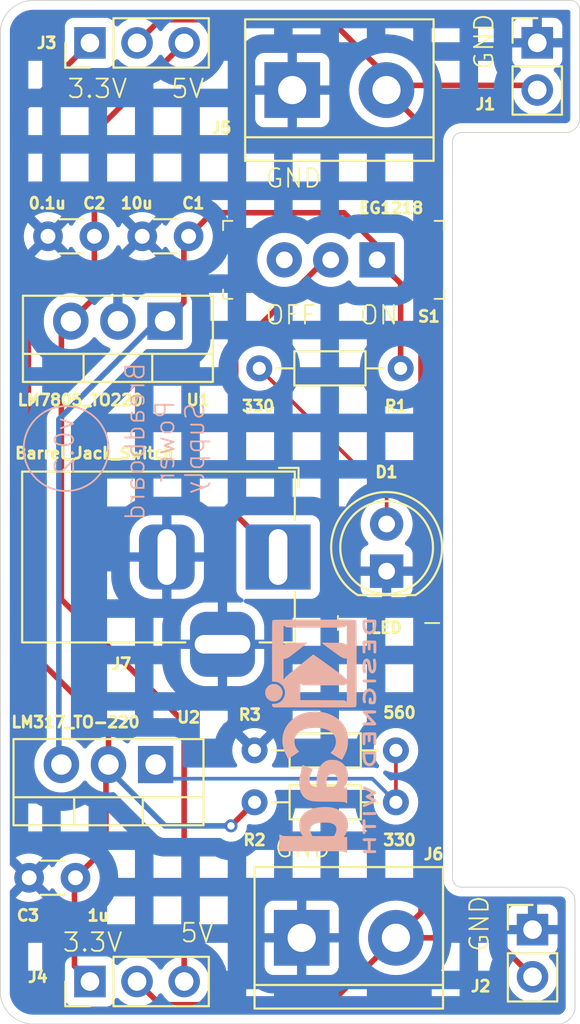
<source format=kicad_pcb>
(kicad_pcb (version 20240108) (generator "pcbnew") (generator_version "8.0")
  (layers (0 "F.Cu" signal) (31 "B.Cu" signal) (34 "B.Paste" user) (35 "F.Paste" user) (36 "B.SilkS" user "B.Silkscreen") (37 "F.SilkS" user "F.Silkscreen") (38 "B.Mask" user) (39 "F.Mask" user) (44 "Edge.Cuts" user))
  (net 0 "")
  (net 1 "GND")
  (net 2 "/12V")
  (net 3 "/5V")
  (net 4 "/3.3V")
  (net 5 "Net-(D1-A)")
  (net 6 "/PWR_output")
  (net 7 "/PWR_input")
  (net 8 "Net-(U2-ADJ)")
  (footprint "Capacitor_THT:C_Disc_D3.0mm_W1.6mm_P2.50mm" (layer "F.Cu") (at 144.78 83.058 180)
    (property "Reference" "C2" (at 0 1.778 0) (layer "F.SilkS") (effects (font (size 0.6 0.6))))
    (property "Value" "0.1u" (at 2.54 1.778 0) (layer "F.SilkS") (effects (font (size 0.6 0.6))))
    (pad "1" thru_hole circle (at 0 0 180) (size 1.6 1.6) (drill 0.8) (layers "*.Cu" "*.Mask") (net 3 "/5V"))
    (pad "2" thru_hole circle (at 2.5 0 180) (size 1.6 1.6) (drill 0.8) (layers "*.Cu" "*.Mask") (net 1 "GND"))
  )
  (footprint "Resistor_THT:R_Axial_DIN0204_L3.6mm_D1.6mm_P7.62mm_Horizontal" (layer "F.Cu") (at 153.67 90.17)
    (property "Reference" "R1" (at 7.366 2.032 0) (layer "F.SilkS") (effects (font (size 0.6 0.6))))
    (property "Value" "330" (at -1.016 2.032 0) (layer "F.SilkS") (effects (font (size 0.6 0.6)) (justify left)))
    (pad "1" thru_hole circle (at 0 0) (size 1.4 1.4) (drill 0.7) (layers "*.Cu" "*.Mask") (net 5 "Net-(D1-A)"))
    (pad "2" thru_hole oval (at 7.62 0) (size 1.4 1.4) (drill 0.7) (layers "*.Cu" "*.Mask") (net 2 "/12V"))
  )
  (footprint "Package_TO_SOT_THT:TO-220-3_Vertical" (layer "F.Cu") (at 148.082 111.506 180)
    (property "Reference" "U2" (at -1.778 2.54 0) (layer "F.SilkS") (effects (font (size 0.6 0.6))))
    (property "Value" "LM317_TO-220" (at 4.318 2.286 0) (layer "F.SilkS") (effects (font (size 0.6 0.6))))
    (pad "1" thru_hole rect (at 0 0 180) (size 1.905 2) (drill 1.1) (layers "*.Cu" "*.Mask") (net 8 "Net-(U2-ADJ)"))
    (pad "2" thru_hole oval (at 2.54 0 180) (size 1.905 2) (drill 1.1) (layers "*.Cu" "*.Mask") (net 4 "/3.3V"))
    (pad "3" thru_hole oval (at 5.08 0 180) (size 1.905 2) (drill 1.1) (layers "*.Cu" "*.Mask") (net 2 "/12V"))
  )
  (footprint "Capacitor_THT:C_Disc_D3.0mm_W1.6mm_P2.50mm" (layer "F.Cu") (at 143.764 117.602 180)
    (property "Reference" "C3" (at 3.244 -2.032 0) (layer "F.SilkS") (effects (font (size 0.6 0.6)) (justify left)))
    (property "Value" "1u" (at -0.566 -2.032 0) (layer "F.SilkS") (effects (font (size 0.6 0.6)) (justify left)))
    (pad "1" thru_hole circle (at 0 0 180) (size 1.6 1.6) (drill 0.8) (layers "*.Cu" "*.Mask") (net 4 "/3.3V"))
    (pad "2" thru_hole circle (at 2.5 0 180) (size 1.6 1.6) (drill 0.8) (layers "*.Cu" "*.Mask") (net 1 "GND"))
  )
  (footprint "Connector_PinHeader_2.54mm:PinHeader_1x03_P2.54mm_Vertical" (layer "F.Cu") (at 144.541 123.19 90)
    (property "Reference" "J4" (at 0.254 -2.809 180) (layer "F.SilkS") (effects (font (size 0.6 0.6))))
    (property "Value" "Conn_01x03_Pin" (hide yes))
    (pad "1" thru_hole rect (at 0 0 90) (size 1.7 1.7) (drill 1) (layers "*.Cu" "*.Mask") (net 4 "/3.3V"))
    (pad "2" thru_hole oval (at 0 2.54 90) (size 1.7 1.7) (drill 1) (layers "*.Cu" "*.Mask") (net 6 "/PWR_output"))
    (pad "3" thru_hole oval (at 0 5.08 90) (size 1.7 1.7) (drill 1) (layers "*.Cu" "*.Mask") (net 3 "/5V"))
  )
  (footprint "Connector_PinHeader_2.54mm:PinHeader_1x02_P2.54mm_Vertical" (layer "F.Cu") (at 168.656 72.639)
    (property "Reference" "J1" (at -2.794 3.307 0) (layer "F.SilkS") (effects (font (size 0.6 0.6))))
    (property "Value" "Conn_01x02_Pin" (hide yes))
    (pad "1" thru_hole rect (at 0 0) (size 1.7 1.7) (drill 1) (layers "*.Cu" "*.Mask") (net 1 "GND"))
    (pad "2" thru_hole oval (at 0 2.54) (size 1.7 1.7) (drill 1) (layers "*.Cu" "*.Mask") (net 6 "/PWR_output"))
  )
  (footprint "Package_TO_SOT_THT:TO-220-3_Vertical" (layer "F.Cu") (at 148.59 87.63 180)
    (property "Reference" "U1" (at -1.778 -4.247 0) (layer "F.SilkS") (effects (font (size 0.6 0.6))))
    (property "Value" "LM7805_TO220" (at 4.572 -4.247 0) (layer "F.SilkS") (effects (font (size 0.6 0.6))))
    (pad "1" thru_hole rect (at 0 0 180) (size 1.905 2) (drill 1.1) (layers "*.Cu" "*.Mask") (net 2 "/12V"))
    (pad "2" thru_hole oval (at 2.54 0 180) (size 1.905 2) (drill 1.1) (layers "*.Cu" "*.Mask") (net 1 "GND"))
    (pad "3" thru_hole oval (at 5.08 0 180) (size 1.905 2) (drill 1.1) (layers "*.Cu" "*.Mask") (net 3 "/5V"))
  )
  (footprint "TerminalBlock:TerminalBlock_bornier-2_P5.08mm" (layer "F.Cu") (at 155.448 75.184)
    (property "Reference" "J5" (at -3.81 2.032 0) (layer "F.SilkS") (effects (font (size 0.6 0.6))))
    (property "Value" "Screw_Terminal_01x02" (hide yes))
    (pad "1" thru_hole rect (at 0 0) (size 3 3) (drill 1.52) (layers "*.Cu" "*.Mask") (net 1 "GND"))
    (pad "2" thru_hole circle (at 5.08 0) (size 3 3) (drill 1.52) (layers "*.Cu" "*.Mask") (net 6 "/PWR_output"))
  )
  (footprint "Resistor_THT:R_Axial_DIN0204_L3.6mm_D1.6mm_P7.62mm_Horizontal" (layer "F.Cu") (at 161.036 113.538 180)
    (property "Reference" "R2" (at 7.62 -2.032 0) (layer "F.SilkS") (effects (font (size 0.6 0.6))))
    (property "Value" "330" (at 0.762 -2.032 0) (layer "F.SilkS") (effects (font (size 0.6 0.6)) (justify left)))
    (pad "1" thru_hole circle (at 0 0 180) (size 1.4 1.4) (drill 0.7) (layers "*.Cu" "*.Mask") (net 8 "Net-(U2-ADJ)"))
    (pad "2" thru_hole oval (at 7.62 0 180) (size 1.4 1.4) (drill 0.7) (layers "*.Cu" "*.Mask") (net 4 "/3.3V"))
  )
  (footprint "digikey-footprints:Switch_Slide_11.6x4mm_EG1218" (layer "F.Cu") (at 160.02 84.328 180)
    (property "Reference" "S1" (at -2.794 -3.048 0) (layer "F.SilkS") (effects (font (size 0.6 0.6))))
    (property "Value" "EG1218" (at -0.762 2.794 0) (layer "F.SilkS") (effects (font (size 0.6 0.6))))
    (pad "1" thru_hole rect (at 0 0 180) (size 1.9 1.9) (drill 0.9) (layers "*.Cu" "*.Mask") (net 2 "/12V"))
    (pad "2" thru_hole circle (at 2.5 0 180) (size 1.9 1.9) (drill 0.9) (layers "*.Cu" "*.Mask") (net 7 "/PWR_input"))
    (pad "3" thru_hole circle (at 5 0 180) (size 1.9 1.9) (drill 0.9) (layers "*.Cu" "*.Mask"))
  )
  (footprint "LED_THT:LED_D5.0mm" (layer "F.Cu") (at 160.536 101.092 90)
    (property "Reference" "D1" (at 5.334 -0.008 180) (layer "F.SilkS") (effects (font (size 0.6 0.6))))
    (property "Value" "LED" (at -3.048 -0.008 180) (layer "F.SilkS") (effects (font (size 0.6 0.6))))
    (pad "1" thru_hole rect (at 0 0 90) (size 1.8 1.8) (drill 0.9) (layers "*.Cu" "*.Mask") (net 1 "GND"))
    (pad "2" thru_hole circle (at 2.54 0 90) (size 1.8 1.8) (drill 0.9) (layers "*.Cu" "*.Mask") (net 5 "Net-(D1-A)"))
  )
  (footprint "Connector_PinHeader_2.54mm:PinHeader_1x02_P2.54mm_Vertical" (layer "F.Cu") (at 168.402 120.396)
    (property "Reference" "J2" (at -2.794 3.048 0) (layer "F.SilkS") (effects (font (size 0.6 0.6))))
    (property "Value" "Conn_01x02_Pin" (hide yes))
    (pad "1" thru_hole rect (at 0 0) (size 1.7 1.7) (drill 1) (layers "*.Cu" "*.Mask") (net 1 "GND"))
    (pad "2" thru_hole oval (at 0 2.54) (size 1.7 1.7) (drill 1) (layers "*.Cu" "*.Mask") (net 6 "/PWR_output"))
  )
  (footprint "Capacitor_THT:C_Disc_D3.0mm_W1.6mm_P2.50mm" (layer "F.Cu") (at 149.86 83.058 180)
    (property "Reference" "C1" (at -0.254 1.778 0) (layer "F.SilkS") (effects (font (size 0.6 0.6))))
    (property "Value" "10u" (at 2.794 1.778 0) (layer "F.SilkS") (effects (font (size 0.6 0.6))))
    (pad "1" thru_hole circle (at 0 0 180) (size 1.6 1.6) (drill 0.8) (layers "*.Cu" "*.Mask") (net 2 "/12V"))
    (pad "2" thru_hole circle (at 2.5 0 180) (size 1.6 1.6) (drill 0.8) (layers "*.Cu" "*.Mask") (net 1 "GND"))
  )
  (footprint "Connector_BarrelJack:BarrelJack_Horizontal" (layer "F.Cu") (at 154.686 100.33)
    (property "Reference" "J7" (at -8.45 5.75 0) (layer "F.SilkS") (effects (font (size 0.6 0.6))))
    (property "Value" "Barrel_Jack_Switch" (at -9.906 -5.588 0) (layer "F.SilkS") (effects (font (size 0.6 0.6))))
    (pad "1" thru_hole rect (at 0 0) (size 3.5 3.5) (drill oval 1 3) (layers "*.Cu" "*.Mask") (net 7 "/PWR_input"))
    (pad "2" thru_hole roundrect (at -6 0) (size 3 3.5) (drill oval 1 3) (layers "*.Cu" "*.Mask") (net 1 "GND"))
    (pad "3" thru_hole roundrect (at -3 4.7) (size 3.5 3.5) (drill oval 3 1) (layers "*.Cu" "*.Mask") (net 1 "GND"))
  )
  (footprint "Resistor_THT:R_Axial_DIN0204_L3.6mm_D1.6mm_P7.62mm_Horizontal" (layer "F.Cu") (at 153.416 110.744)
    (property "Reference" "R3" (at -0.254 -1.92 0) (layer "F.SilkS") (effects (font (size 0.6 0.6))))
    (property "Value" "560" (at 6.858 -2.032 0) (layer "F.SilkS") (effects (font (size 0.6 0.6)) (justify left)))
    (pad "1" thru_hole circle (at 0 0) (size 1.4 1.4) (drill 0.7) (layers "*.Cu" "*.Mask") (net 1 "GND"))
    (pad "2" thru_hole oval (at 7.62 0) (size 1.4 1.4) (drill 0.7) (layers "*.Cu" "*.Mask") (net 8 "Net-(U2-ADJ)"))
  )
  (footprint "TerminalBlock:TerminalBlock_bornier-2_P5.08mm" (layer "F.Cu") (at 155.956 120.837)
    (property "Reference" "J6" (at 7.112 -4.505 0) (layer "F.SilkS") (effects (font (size 0.6 0.6))))
    (property "Value" "Screw_Terminal_01x02" (hide yes))
    (pad "1" thru_hole rect (at 0 0) (size 3 3) (drill 1.52) (layers "*.Cu" "*.Mask") (net 1 "GND"))
    (pad "2" thru_hole circle (at 5.08 0) (size 3 3) (drill 1.52) (layers "*.Cu" "*.Mask") (net 6 "/PWR_output"))
  )
  (footprint "Connector_PinHeader_2.54mm:PinHeader_1x03_P2.54mm_Vertical" (layer "F.Cu") (at 144.541 72.644 90)
    (property "Reference" "J3" (at 0 -2.33 180) (layer "F.SilkS") (effects (font (size 0.6 0.6))))
    (property "Value" "Conn_01x03_Pin" (hide yes))
    (pad "1" thru_hole rect (at 0 0 90) (size 1.7 1.7) (drill 1) (layers "*.Cu" "*.Mask") (net 4 "/3.3V"))
    (pad "2" thru_hole oval (at 0 2.54 90) (size 1.7 1.7) (drill 1) (layers "*.Cu" "*.Mask") (net 6 "/PWR_output"))
    (pad "3" thru_hole oval (at 0 5.08 90) (size 1.7 1.7) (drill 1) (layers "*.Cu" "*.Mask") (net 3 "/5V"))
  )
  (footprint "Symbol:KiCad-Logo2_5mm_SilkScreen" (layer "B.Cu") (at 156.972 109.982 -90)
    (property "Reference" "REF**" (hide yes))
    (property "Value" "KiCad-Logo2_5mm_SilkScreen" (hide yes))
  )
  (gr_circle (center 143.256 94.488) (end 143.256 92.202) (stroke (width 0.1)) (fill none) (layer "B.SilkS"))
  (gr_line (start 169.926 118.11) (end 164.592 118.11) (stroke (width 0.05)) (layer "Edge.Cuts"))
  (gr_line (start 170.687999 124.714) (end 170.688 118.872) (stroke (width 0.05)) (layer "Edge.Cuts"))
  (gr_arc (start 170.942 76.708) (mid 170.718815 77.246815) (end 170.18 77.47) (stroke (width 0.05)) (layer "Edge.Cuts"))
  (gr_arc (start 170.687999 124.714) (mid 170.41253 125.20053) (end 169.926 125.475999) (stroke (width 0.05)) (layer "Edge.Cuts"))
  (gr_line (start 139.724192 71.843699) (end 139.71787 123.949447) (stroke (width 0.05)) (layer "Edge.Cuts"))
  (gr_arc (start 169.926 118.11) (mid 170.464815 118.333185) (end 170.688 118.872) (stroke (width 0.05)) (layer "Edge.Cuts"))
  (gr_arc (start 139.724192 71.843699) (mid 140.328746 70.779351) (end 141.478 70.358) (stroke (width 0.05)) (layer "Edge.Cuts"))
  (gr_arc (start 164.592 118.11) (mid 164.23279 117.96121) (end 164.084 117.602) (stroke (width 0.05)) (layer "Edge.Cuts"))
  (gr_arc (start 141.478 125.476) (mid 140.313051 125.041197) (end 139.71787 123.949447) (stroke (width 0.05)) (layer "Edge.Cuts"))
  (gr_arc (start 170.434 70.358) (mid 170.79321 70.50679) (end 170.942 70.866) (stroke (width 0.05)) (layer "Edge.Cuts"))
  (gr_line (start 170.18 77.47) (end 164.592 77.47) (stroke (width 0.05)) (layer "Edge.Cuts"))
  (gr_line (start 141.478 125.476) (end 169.926 125.475999) (stroke (width 0.05)) (layer "Edge.Cuts"))
  (gr_line (start 170.942 70.866) (end 170.942 76.708) (stroke (width 0.05)) (layer "Edge.Cuts"))
  (gr_line (start 164.084 77.978) (end 164.084 117.602) (stroke (width 0.05)) (layer "Edge.Cuts"))
  (gr_arc (start 164.084 77.978) (mid 164.23279 77.61879) (end 164.592 77.47) (stroke (width 0.05)) (layer "Edge.Cuts"))
  (gr_line (start 170.434 70.358) (end 141.478 70.358) (stroke (width 0.05)) (layer "Edge.Cuts"))
  (gr_text "Breadboard \nPower \nSupply" (at 148.59 94.488 90) (layer "B.SilkS") (effects (font (size 1 1) (thickness 0.1)) (justify mirror)))
  (gr_text "v0.2" (at 143.764 92.71 90) (layer "B.SilkS") (effects (font (size 1 1) (thickness 0.1)) (justify left bottom mirror)))
  (gr_text "GND" (at 154.432 116.586 0) (layer "F.SilkS") (effects (font (size 1 1) (thickness 0.1)) (justify left bottom)))
  (gr_text "GND" (at 166.37 74.168 90) (layer "F.SilkS") (effects (font (size 1 1) (thickness 0.1)) (justify left bottom)))
  (gr_text "3.3V" (at 143.256 75.692 0) (layer "F.SilkS") (effects (font (size 1 1) (thickness 0.1)) (justify left bottom)))
  (gr_text "OFF" (at 153.924 87.884 0) (layer "F.SilkS") (effects (font (size 1 1) (thickness 0.1)) (justify left bottom)))
  (gr_text "GND" (at 166.116 121.666 90) (layer "F.SilkS") (effects (font (size 1 1) (thickness 0.1)) (justify left bottom)))
  (gr_text "GND" (at 153.924 80.518 0) (layer "F.SilkS") (effects (font (size 1 1) (thickness 0.1)) (justify left bottom)))
  (gr_text "ON" (at 159.004 87.884 0) (layer "F.SilkS") (effects (font (size 1 1) (thickness 0.1)) (justify left bottom)))
  (gr_text "3.3V" (at 143.002 121.666 0) (layer "F.SilkS") (effects (font (size 1 1) (thickness 0.1)) (justify left bottom)))
  (gr_text "-" (at 162.306 104.394 0) (layer "F.SilkS") (effects (font (size 1 1) (thickness 0.1)) (justify left bottom)))
  (gr_text "5V" (at 149.352 121.158 0) (layer "F.SilkS") (effects (font (size 1 1) (thickness 0.1)) (justify left bottom)))
  (gr_text "+" (at 157.226 104.394 0) (layer "F.SilkS") (effects (font (size 1 1) (thickness 0.1)) (justify left bottom)))
  (gr_text "5V" (at 148.844 75.692 0) (layer "F.SilkS") (effects (font (size 1 1) (thickness 0.1)) (justify left bottom)))
  (segment (start 149.86 83.058) (end 149.606 83.312) (width 0.3) (layer "F.Cu") (net 2))
  (segment (start 149.86 83.058) (end 151.13 81.788) (width 0.3) (layer "F.Cu") (net 2))
  (segment (start 158.242 81.788) (end 160.02 83.566) (width 0.3) (layer "F.Cu") (net 2))
  (segment (start 160.02 84.328) (end 161.29 85.598) (width 0.3) (layer "F.Cu") (net 2))
  (segment (start 161.29 85.598) (end 161.29 90.17) (width 0.3) (layer "F.Cu") (net 2))
  (segment (start 151.13 81.788) (end 158.242 81.788) (width 0.3) (layer "F.Cu") (net 2))
  (segment (start 149.606 83.312) (end 149.606 86.614) (width 0.3) (layer "F.Cu") (net 2))
  (segment (start 160.02 83.566) (end 160.02 84.328) (width 0.3) (layer "F.Cu") (net 2))
  (segment (start 149.606 86.614) (end 148.59 87.63) (width 0.3) (layer "F.Cu") (net 2))
  (segment (start 148.153 87.63) (end 142.866 92.917) (width 0.3) (layer "B.Cu") (net 2))
  (segment (start 142.866 111.37) (end 143.002 111.506) (width 0.3) (layer "B.Cu") (net 2))
  (segment (start 148.59 87.63) (end 148.153 87.63) (width 0.3) (layer "B.Cu") (net 2))
  (segment (start 142.866 92.917) (end 142.866 111.37) (width 0.3) (layer "B.Cu") (net 2))
  (segment (start 144.78 83.058) (end 144.78 86.36) (width 0.3) (layer "F.Cu") (net 3))
  (segment (start 144.78 86.36) (end 143.51 87.63) (width 0.3) (layer "F.Cu") (net 3))
  (segment (start 143.51 87.63) (end 143.002 88.138) (width 0.3) (layer "F.Cu") (net 3))
  (segment (start 144.78 77.485) (end 144.78 83.058) (width 0.3) (layer "F.Cu") (net 3))
  (segment (start 143.002 102.616) (end 149.621 109.235) (width 0.3) (layer "F.Cu") (net 3))
  (segment (start 149.621 109.235) (end 149.621 123.19) (width 0.3) (layer "F.Cu") (net 3))
  (segment (start 143.002 88.138) (end 143.002 102.616) (width 0.3) (layer "F.Cu") (net 3))
  (segment (start 149.621 72.644) (end 144.78 77.485) (width 0.3) (layer "F.Cu") (net 3))
  (segment (start 143.764 117.602) (end 145.406 115.96) (width 0.3) (layer "F.Cu") (net 4))
  (segment (start 141.224 84.795057) (end 141.224 105.292) (width 0.3) (layer "F.Cu") (net 4))
  (segment (start 144.541 72.644) (end 140.462 76.723) (width 0.3) (layer "F.Cu") (net 4))
  (segment (start 143.764 117.602) (end 143.706 117.66) (width 0.3) (layer "F.Cu") (net 4))
  (segment (start 153.416 113.538) (end 152.146 114.808) (width 0.3) (layer "F.Cu") (net 4))
  (segment (start 145.406 111.642) (end 145.542 111.506) (width 0.3) (layer "F.Cu") (net 4))
  (segment (start 140.462 76.723) (end 140.462 84.033057) (width 0.3) (layer "F.Cu") (net 4))
  (segment (start 141.224 105.292) (end 145.542 109.61) (width 0.3) (layer "F.Cu") (net 4))
  (segment (start 143.706 117.66) (end 143.706 122.355) (width 0.3) (layer "F.Cu") (net 4))
  (segment (start 145.406 115.96) (end 145.406 111.642) (width 0.3) (layer "F.Cu") (net 4))
  (segment (start 143.706 122.355) (end 144.541 123.19) (width 0.3) (layer "F.Cu") (net 4))
  (segment (start 145.542 109.61) (end 145.542 111.506) (width 0.3) (layer "F.Cu") (net 4))
  (segment (start 140.462 84.033057) (end 141.224 84.795057) (width 0.3) (layer "F.Cu") (net 4))
  (via (at 152.146 114.808) (size 0.7) (drill 0.4) (layers "F.Cu" "B.Cu") (net 4))
  (segment (start 148.59 114.808) (end 145.542 111.76) (width 0.3) (layer "B.Cu") (net 4))
  (segment (start 145.542 111.76) (end 145.542 111.506) (width 0.3) (layer "B.Cu") (net 4))
  (segment (start 152.146 114.808) (end 148.59 114.808) (width 0.3) (layer "B.Cu") (net 4))
  (segment (start 160.536 97.036) (end 160.536 98.552) (width 0.2) (layer "F.Cu") (net 5))
  (segment (start 153.67 90.17) (end 160.536 97.036) (width 0.2) (layer "F.Cu") (net 5))
  (segment (start 168.656 75.179) (end 168.661 75.179) (width 0.3) (layer "F.Cu") (net 6))
  (segment (start 161.036 120.837) (end 162.39 119.483) (width 0.3) (layer "F.Cu") (net 6))
  (segment (start 148.331 124.44) (end 147.081 123.19) (width 0.3) (layer "F.Cu") (net 6))
  (segment (start 168.91 74.93) (end 160.782 74.93) (width 0.3) (layer "F.Cu") (net 6))
  (segment (start 160.528 74.422) (end 160.528 75.184) (width 0.3) (layer "F.Cu") (net 6))
  (segment (start 168.661 75.179) (end 168.91 74.93) (width 0.3) (layer "F.Cu") (net 6))
  (segment (start 161.036 120.837) (end 166.303 120.837) (width 0.3) (layer "F.Cu") (net 6))
  (segment (start 166.303 120.837) (end 168.402 122.936) (width 0.3) (layer "F.Cu") (net 6))
  (segment (start 161.036 120.837) (end 157.433 124.44) (width 0.3) (layer "F.Cu") (net 6))
  (segment (start 162.39 119.483) (end 162.39 77.046) (width 0.3) (layer "F.Cu") (net 6))
  (segment (start 157.5 71.394) (end 160.528 74.422) (width 0.3) (layer "F.Cu") (net 6))
  (segment (start 157.433 124.44) (end 148.331 124.44) (width 0.3) (layer "F.Cu") (net 6))
  (segment (start 162.39 77.046) (end 160.528 75.184) (width 0.3) (layer "F.Cu") (net 6))
  (segment (start 148.331 71.394) (end 157.5 71.394) (width 0.3) (layer "F.Cu") (net 6))
  (segment (start 160.782 74.93) (end 160.528 75.184) (width 0.3) (layer "F.Cu") (net 6))
  (segment (start 147.081 72.644) (end 148.331 71.394) (width 0.3) (layer "F.Cu") (net 6))
  (segment (start 157.226 84.328) (end 152.4 89.154) (width 0.3) (layer "F.Cu") (net 7))
  (segment (start 157.52 84.328) (end 157.226 84.328) (width 0.3) (layer "F.Cu") (net 7))
  (segment (start 152.4 89.154) (end 152.4 98.044) (width 0.3) (layer "F.Cu") (net 7))
  (segment (start 152.4 98.044) (end 154.686 100.33) (width 0.3) (layer "F.Cu") (net 7))
  (segment (start 161.036 110.744) (end 161.036 113.538) (width 0.2) (layer "F.Cu") (net 8))
  (segment (start 161.036 113.538) (end 159.766 112.268) (width 0.2) (layer "B.Cu") (net 8))
  (segment (start 148.844 112.268) (end 148.082 111.506) (width 0.2) (layer "B.Cu") (net 8))
  (segment (start 159.766 112.268) (end 148.844 112.268) (width 0.2) (layer "B.Cu") (net 8))
  (zone (net 1) (net_name "GND") (layer "B.Cu") (connect_pads (clearance 0.5)) (min_thickness 0.25) (fill yes (mode hatch) (thermal_gap 0.5) (thermal_bridge_width 0.5) (hatch_thickness 1) (hatch_gap 1.5) (hatch_orientation 0) (hatch_border_algorithm hatch_thickness) (hatch_min_hole_area 0.3))
    (polygon (pts (xy 141.732 70.358) (xy 139.7 71.882) (xy 139.7 123.698) (xy 141.224 125.476) (xy 169.926 125.476) (xy 170.688 124.714) (xy 170.688 118.618) (xy 170.18 118.11) (xy 164.084 118.11) (xy 164.084 77.47) (xy 164.592 77.216) (xy 170.434 77.216) (xy 170.688 76.962) (xy 170.688 70.612)))
  )
)
</source>
